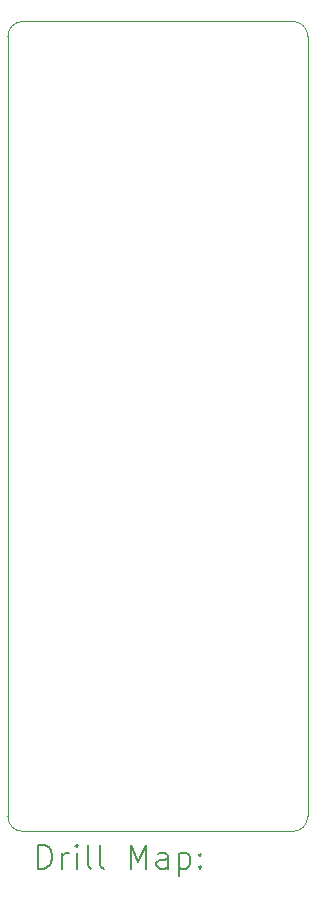
<source format=gbr>
%TF.GenerationSoftware,KiCad,Pcbnew,9.0.7-9.0.7~ubuntu25.10.1*%
%TF.CreationDate,2026-03-01T16:55:47+09:00*%
%TF.ProjectId,bionic-cp1610,62696f6e-6963-42d6-9370-313631302e6b,1*%
%TF.SameCoordinates,Original*%
%TF.FileFunction,Drillmap*%
%TF.FilePolarity,Positive*%
%FSLAX45Y45*%
G04 Gerber Fmt 4.5, Leading zero omitted, Abs format (unit mm)*
G04 Created by KiCad (PCBNEW 9.0.7-9.0.7~ubuntu25.10.1) date 2026-03-01 16:55:47*
%MOMM*%
%LPD*%
G01*
G04 APERTURE LIST*
%ADD10C,0.050000*%
%ADD11C,0.200000*%
G04 APERTURE END LIST*
D10*
X8590280Y-4197360D02*
G75*
G02*
X8717280Y-4070360I127000J0D01*
G01*
X11003280Y-4070360D02*
G75*
G02*
X11130280Y-4197360I0J-127000D01*
G01*
X8717280Y-10928360D02*
G75*
G02*
X8590280Y-10801360I0J127000D01*
G01*
X11130280Y-4197360D02*
X11130280Y-10801360D01*
X8717280Y-4070360D02*
X11003280Y-4070360D01*
X11003280Y-10928360D02*
X8717280Y-10928360D01*
X8590280Y-10801360D02*
X8590280Y-4197360D01*
X11130280Y-10801360D02*
G75*
G02*
X11003280Y-10928360I-127000J0D01*
G01*
D11*
X8848557Y-11242344D02*
X8848557Y-11042344D01*
X8848557Y-11042344D02*
X8896176Y-11042344D01*
X8896176Y-11042344D02*
X8924747Y-11051868D01*
X8924747Y-11051868D02*
X8943795Y-11070915D01*
X8943795Y-11070915D02*
X8953319Y-11089963D01*
X8953319Y-11089963D02*
X8962843Y-11128058D01*
X8962843Y-11128058D02*
X8962843Y-11156630D01*
X8962843Y-11156630D02*
X8953319Y-11194725D01*
X8953319Y-11194725D02*
X8943795Y-11213772D01*
X8943795Y-11213772D02*
X8924747Y-11232820D01*
X8924747Y-11232820D02*
X8896176Y-11242344D01*
X8896176Y-11242344D02*
X8848557Y-11242344D01*
X9048557Y-11242344D02*
X9048557Y-11109010D01*
X9048557Y-11147106D02*
X9058081Y-11128058D01*
X9058081Y-11128058D02*
X9067604Y-11118534D01*
X9067604Y-11118534D02*
X9086652Y-11109010D01*
X9086652Y-11109010D02*
X9105700Y-11109010D01*
X9172366Y-11242344D02*
X9172366Y-11109010D01*
X9172366Y-11042344D02*
X9162843Y-11051868D01*
X9162843Y-11051868D02*
X9172366Y-11061391D01*
X9172366Y-11061391D02*
X9181890Y-11051868D01*
X9181890Y-11051868D02*
X9172366Y-11042344D01*
X9172366Y-11042344D02*
X9172366Y-11061391D01*
X9296176Y-11242344D02*
X9277128Y-11232820D01*
X9277128Y-11232820D02*
X9267604Y-11213772D01*
X9267604Y-11213772D02*
X9267604Y-11042344D01*
X9400938Y-11242344D02*
X9381890Y-11232820D01*
X9381890Y-11232820D02*
X9372366Y-11213772D01*
X9372366Y-11213772D02*
X9372366Y-11042344D01*
X9629509Y-11242344D02*
X9629509Y-11042344D01*
X9629509Y-11042344D02*
X9696176Y-11185201D01*
X9696176Y-11185201D02*
X9762843Y-11042344D01*
X9762843Y-11042344D02*
X9762843Y-11242344D01*
X9943795Y-11242344D02*
X9943795Y-11137582D01*
X9943795Y-11137582D02*
X9934271Y-11118534D01*
X9934271Y-11118534D02*
X9915224Y-11109010D01*
X9915224Y-11109010D02*
X9877128Y-11109010D01*
X9877128Y-11109010D02*
X9858081Y-11118534D01*
X9943795Y-11232820D02*
X9924747Y-11242344D01*
X9924747Y-11242344D02*
X9877128Y-11242344D01*
X9877128Y-11242344D02*
X9858081Y-11232820D01*
X9858081Y-11232820D02*
X9848557Y-11213772D01*
X9848557Y-11213772D02*
X9848557Y-11194725D01*
X9848557Y-11194725D02*
X9858081Y-11175677D01*
X9858081Y-11175677D02*
X9877128Y-11166153D01*
X9877128Y-11166153D02*
X9924747Y-11166153D01*
X9924747Y-11166153D02*
X9943795Y-11156630D01*
X10039033Y-11109010D02*
X10039033Y-11309010D01*
X10039033Y-11118534D02*
X10058081Y-11109010D01*
X10058081Y-11109010D02*
X10096176Y-11109010D01*
X10096176Y-11109010D02*
X10115224Y-11118534D01*
X10115224Y-11118534D02*
X10124747Y-11128058D01*
X10124747Y-11128058D02*
X10134271Y-11147106D01*
X10134271Y-11147106D02*
X10134271Y-11204248D01*
X10134271Y-11204248D02*
X10124747Y-11223296D01*
X10124747Y-11223296D02*
X10115224Y-11232820D01*
X10115224Y-11232820D02*
X10096176Y-11242344D01*
X10096176Y-11242344D02*
X10058081Y-11242344D01*
X10058081Y-11242344D02*
X10039033Y-11232820D01*
X10219985Y-11223296D02*
X10229509Y-11232820D01*
X10229509Y-11232820D02*
X10219985Y-11242344D01*
X10219985Y-11242344D02*
X10210462Y-11232820D01*
X10210462Y-11232820D02*
X10219985Y-11223296D01*
X10219985Y-11223296D02*
X10219985Y-11242344D01*
X10219985Y-11118534D02*
X10229509Y-11128058D01*
X10229509Y-11128058D02*
X10219985Y-11137582D01*
X10219985Y-11137582D02*
X10210462Y-11128058D01*
X10210462Y-11128058D02*
X10219985Y-11118534D01*
X10219985Y-11118534D02*
X10219985Y-11137582D01*
M02*

</source>
